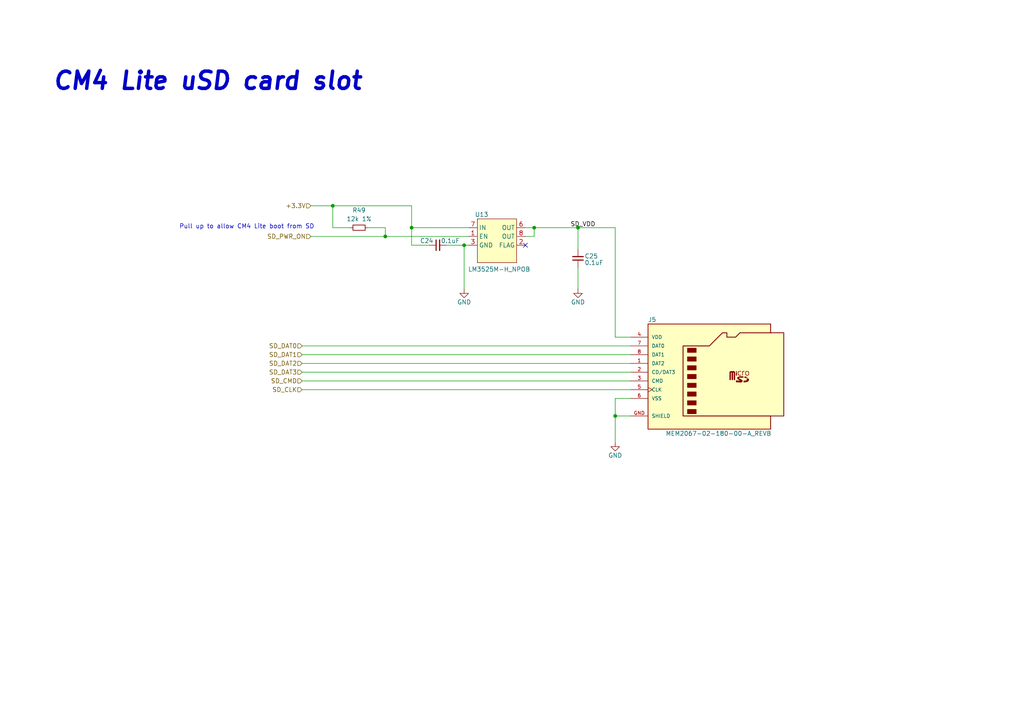
<source format=kicad_sch>
(kicad_sch (version 20211123) (generator eeschema)
  (paper "A4")
  (title_block (title "uSD slot for CM4 Lites") (date "2022-01-12") (rev "4") (company "Copyright © 2022 Christian Kuhtz") (comment 2 "CERN-OHL-W v2 or later"))
  (lib_symbols
    (symbol "Connector_SD_GCT:MEM2067-02-180-00-A_REVB" (pin_names (offset 1.016))
      (property "Reference" "J" (at -1.27 20.32 0))
      (property "Value" "MEM2067-02-180-00-A_REVB" (at -13.97 17.78 0))
      (symbol "MEM2067-02-180-00-A_REVB_0_0"
        (polyline (pts (xy 5.9944 1.0922) (xy 5.9944 0.381)) (stroke (width 0.3)))
        (polyline (pts (xy 5.9944 1.778) (xy 5.9944 1.0668)) (stroke (width 0.3)))
        (polyline (pts (xy 5.9944 2.4384) (xy 5.9944 1.7272)) (stroke (width 0.3)))
        (polyline (pts (xy 6.0706 1.0922) (xy 6.0706 0.381)) (stroke (width 0.3)))
        (polyline (pts (xy 6.0706 1.778) (xy 6.0706 1.0668)) (stroke (width 0.3)))
        (polyline (pts (xy 6.0706 2.4384) (xy 6.0706 1.7272)) (stroke (width 0.3)))
        (polyline (pts (xy 6.0706 2.54) (xy 6.0452 2.4638)) (stroke (width 0.4)))
        (polyline (pts (xy 6.1214 2.5908) (xy 6.2738 2.6416)) (stroke (width 0.4)))
        (polyline (pts (xy 6.2992 2.6416) (xy 6.4262 2.6416)) (stroke (width 0.4)))
        (polyline (pts (xy 6.4262 2.6416) (xy 6.6548 2.5654)) (stroke (width 0.4)))
        (polyline (pts (xy 6.604 2.5908) (xy 6.6548 2.5146)) (stroke (width 0.4)))
        (polyline (pts (xy 6.6294 1.0922) (xy 6.6294 0.381)) (stroke (width 0.3)))
        (polyline (pts (xy 6.6294 1.778) (xy 6.6294 1.0668)) (stroke (width 0.3)))
        (polyline (pts (xy 6.6294 2.4384) (xy 6.6294 1.7272)) (stroke (width 0.3)))
        (polyline (pts (xy 6.7056 1.0922) (xy 6.7056 0.381)) (stroke (width 0.3)))
        (polyline (pts (xy 6.7056 1.778) (xy 6.7056 1.0668)) (stroke (width 0.3)))
        (polyline (pts (xy 6.7056 2.4384) (xy 6.7056 1.7272)) (stroke (width 0.3)))
        (polyline (pts (xy 6.731 2.5908) (xy 6.6802 2.5146)) (stroke (width 0.4)))
        (polyline (pts (xy 6.8326 2.6162) (xy 6.6294 2.54)) (stroke (width 0.4)))
        (polyline (pts (xy 6.8834 2.6416) (xy 7.0104 2.6416)) (stroke (width 0.4)))
        (polyline (pts (xy 7.1628 2.5908) (xy 7.239 2.5654)) (stroke (width 0.4)))
        (polyline (pts (xy 7.1882 2.5908) (xy 7.0358 2.6416)) (stroke (width 0.4)))
        (polyline (pts (xy 7.239 1.0922) (xy 7.239 0.381)) (stroke (width 0.3)))
        (polyline (pts (xy 7.239 1.778) (xy 7.239 1.0668)) (stroke (width 0.3)))
        (polyline (pts (xy 7.239 2.4384) (xy 7.239 1.7272)) (stroke (width 0.3)))
        (polyline (pts (xy 7.3152 1.0922) (xy 7.3152 0.381)) (stroke (width 0.3)))
        (polyline (pts (xy 7.3152 1.778) (xy 7.3152 1.0668)) (stroke (width 0.3)))
        (polyline (pts (xy 7.3152 2.4384) (xy 7.3152 1.7272)) (stroke (width 0.3)))
        (polyline (pts (xy 7.8486 2.3622) (xy 7.8486 1.651)) (stroke (width 0.3)))
        (polyline (pts (xy 7.8486 2.7178) (xy 7.8486 2.6924)) (stroke (width 0.3)))
        (polyline (pts (xy 7.8994 -0.1524) (xy 7.8994 -0.0762)) (stroke (width 0.4)) (fill (type outline)))
        (polyline (pts (xy 8.1534 0.9144) (xy 8.1534 0.8382)) (stroke (width 0.1)) (fill (type outline)))
        (polyline (pts (xy 8.1788 0.7366) (xy 8.1534 0.7874)) (stroke (width 0.1)) (fill (type outline)))
        (polyline (pts (xy 8.1788 0.9906) (xy 8.1534 0.9398)) (stroke (width 0.1)) (fill (type outline)))
        (polyline (pts (xy 8.255 0.6858) (xy 8.2804 0.6858)) (stroke (width 0.1)) (fill (type outline)))
        (polyline (pts (xy 8.2804 0.6096) (xy 8.1788 0.7112)) (stroke (width 0.1)) (fill (type outline)))
        (polyline (pts (xy 8.2804 0.635) (xy 8.3058 0.635)) (stroke (width 0.1)) (fill (type outline)))
        (polyline (pts (xy 8.2804 0.6604) (xy 8.255 0.6604)) (stroke (width 0.1)) (fill (type outline)))
        (polyline (pts (xy 8.3058 0.5842) (xy 8.3312 0.5842)) (stroke (width 0.1)) (fill (type outline)))
        (polyline (pts (xy 8.3312 1.0414) (xy 8.2042 0.9906)) (stroke (width 0.2)) (fill (type outline)))
        (polyline (pts (xy 8.3566 0.7874) (xy 8.4328 0.635)) (stroke (width 0.4)) (fill (type outline)))
        (polyline (pts (xy 8.3566 0.8382) (xy 8.382 0.8382)) (stroke (width 0.1)) (fill (type outline)))
        (polyline (pts (xy 8.4074 0.889) (xy 8.3566 0.8128)) (stroke (width 0.2)) (fill (type outline)))
        (polyline (pts (xy 8.4328 0.9398) (xy 8.763 1.0414)) (stroke (width 0.1)) (fill (type outline)))
        (polyline (pts (xy 8.4582 0.6096) (xy 9.3218 0.1524)) (stroke (width 0.4)) (fill (type outline)))
        (polyline (pts (xy 8.4582 0.635) (xy 9.3726 0.0508)) (stroke (width 0.4)) (fill (type outline)))
        (polyline (pts (xy 8.5344 0.9652) (xy 8.4836 0.9144)) (stroke (width 0.1)) (fill (type outline)))
        (polyline (pts (xy 8.5852 1.016) (xy 8.5598 1.016)) (stroke (width 0.1)) (fill (type outline)))
        (polyline (pts (xy 8.5852 1.1684) (xy 8.3058 1.0414)) (stroke (width 0.2)) (fill (type outline)))
        (polyline (pts (xy 8.636 1.016) (xy 8.8646 1.016)) (stroke (width 0.1)) (fill (type outline)))
        (polyline (pts (xy 8.6614 0) (xy 8.9154 0)) (stroke (width 0.1)) (fill (type outline)))
        (polyline (pts (xy 8.7122 1.0414) (xy 8.6868 1.0414)) (stroke (width 0.1)) (fill (type outline)))
        (polyline (pts (xy 8.8138 -0.2032) (xy 8.8138 -0.127)) (stroke (width 0.4)) (fill (type outline)))
        (polyline (pts (xy 8.8646 0.0254) (xy 8.763 -0.0508)) (stroke (width 0.1)) (fill (type outline)))
        (polyline (pts (xy 8.8646 1.2446) (xy 8.5852 1.1684)) (stroke (width 0.2)) (fill (type outline)))
        (polyline (pts (xy 8.89 0.0254) (xy 8.9916 0.2032)) (stroke (width 0.1)) (fill (type outline)))
        (polyline (pts (xy 8.9154 -0.1778) (xy 8.9154 -0.1016)) (stroke (width 0.4)) (fill (type outline)))
        (polyline (pts (xy 9.0424 -0.0762) (xy 9.0424 0)) (stroke (width 0.4)) (fill (type outline)))
        (polyline (pts (xy 9.0424 0.2032) (xy 9.0424 0.2794)) (stroke (width 0.4)) (fill (type outline)))
        (polyline (pts (xy 9.144 -0.2032) (xy 7.9248 -0.0254)) (stroke (width 0.4)) (fill (type outline)))
        (polyline (pts (xy 9.2456 -0.2032) (xy 7.8994 -0.2032)) (stroke (width 0.4)) (fill (type outline)))
        (polyline (pts (xy 9.3726 0.1016) (xy 9.4488 -0.0254)) (stroke (width 0.4)) (fill (type outline)))
        (polyline (pts (xy 9.4234 -0.0762) (xy 9.2964 -0.1778)) (stroke (width 0.4)) (fill (type outline)))
        (polyline (pts (xy 9.7282 1.143) (xy 8.9154 1.143)) (stroke (width 0.4)) (fill (type outline)))
        (polyline (pts (xy 9.9314 -0.3302) (xy 10.2362 -0.3302)) (stroke (width 0.1)) (fill (type outline)))
        (polyline (pts (xy 10.0076 0) (xy 9.9314 -0.3048)) (stroke (width 0.1)) (fill (type outline)))
        (polyline (pts (xy 10.0076 0.0254) (xy 10.1854 0)) (stroke (width 0.1)) (fill (type outline)))
        (polyline (pts (xy 10.16 -0.1524) (xy 10.414 -0.1524)) (stroke (width 0.4)) (fill (type outline)))
        (polyline (pts (xy 10.2362 -0.3302) (xy 10.7188 -0.2794)) (stroke (width 0.1)) (fill (type outline)))
        (polyline (pts (xy 10.2362 0) (xy 10.3886 0)) (stroke (width 0.1)) (fill (type outline)))
        (polyline (pts (xy 10.414 0) (xy 10.5664 0.0254)) (stroke (width 0.1)) (fill (type outline)))
        (polyline (pts (xy 10.414 1.0922) (xy 10.3378 1.0922)) (stroke (width 0.4)) (fill (type outline)))
        (polyline (pts (xy 10.5664 0.0254) (xy 10.7442 0.1016)) (stroke (width 0.1)) (fill (type outline)))
        (polyline (pts (xy 10.5918 1.0668) (xy 10.4648 1.0922)) (stroke (width 0.4)) (fill (type outline)))
        (polyline (pts (xy 10.6426 0.9144) (xy 10.7696 1.1176)) (stroke (width 0.1)) (fill (type outline)))
        (polyline (pts (xy 10.668 -0.127) (xy 11.1252 0.0508)) (stroke (width 0.4)) (fill (type outline)))
        (polyline (pts (xy 10.6934 -0.2794) (xy 10.9474 -0.2286)) (stroke (width 0.1)) (fill (type outline)))
        (polyline (pts (xy 10.7442 1.143) (xy 10.5918 1.1938)) (stroke (width 0.1)) (fill (type outline)))
        (polyline (pts (xy 10.7696 0.1016) (xy 10.8712 0.254)) (stroke (width 0.1)) (fill (type outline)))
        (polyline (pts (xy 10.8204 0.7874) (xy 10.9728 0.9652)) (stroke (width 0.1)) (fill (type outline)))
        (polyline (pts (xy 10.8204 0.7874) (xy 11.049 0.889)) (stroke (width 0.1)) (fill (type outline)))
        (polyline (pts (xy 10.8712 0.254) (xy 10.8966 0.4318)) (stroke (width 0.1)) (fill (type outline)))
        (polyline (pts (xy 10.8966 0.4572) (xy 10.8966 0.5588)) (stroke (width 0.1)) (fill (type outline)))
        (polyline (pts (xy 10.9474 -0.2286) (xy 11.2014 -0.1016)) (stroke (width 0.1)) (fill (type outline)))
        (polyline (pts (xy 10.9474 0.8636) (xy 11.0236 0.9144)) (stroke (width 0.1)) (fill (type outline)))
        (polyline (pts (xy 10.9982 0.9398) (xy 10.922 0.8636)) (stroke (width 0.1)) (fill (type outline)))
        (polyline (pts (xy 11.1252 0.1524) (xy 11.1506 0.4064)) (stroke (width 0.5)) (fill (type outline)))
        (polyline (pts (xy 11.2014 -0.1016) (xy 11.4046 0.1524)) (stroke (width 0.1)) (fill (type outline)))
        (polyline (pts (xy 11.2268 0.6858) (xy 10.8966 0.5842)) (stroke (width 0.1)) (fill (type outline)))
        (polyline (pts (xy 11.4046 0.5334) (xy 11.2522 0.6858)) (stroke (width 0.1)) (fill (type outline)))
        (polyline (pts (xy 11.43 0.1778) (xy 11.4554 0.2794)) (stroke (width 0.1)) (fill (type outline)))
        (polyline (pts (xy 11.4554 0.3048) (xy 11.4554 0.4064)) (stroke (width 0.1)) (fill (type outline)))
        (polyline (pts (xy 11.4554 0.4318) (xy 11.4046 0.5334)) (stroke (width 0.1)) (fill (type outline)))
        (text "" (at 27.94 7.62 0) (effects (font (size 1.27 1.27))))
        (text "c" (at 8.763 2.4384 0) (effects (font (size 1.75 1.75))))
        (text "o" (at 10.9728 2.4384 0) (effects (font (size 1.75 1.75))))
        (text "r" (at 9.7536 2.4384 0) (effects (font (size 1.75 1.75))))
        (pin bidirectional line (at -22.86 5.08 0) (length 5.08) (name "DAT2") (number "1"))
        (pin bidirectional line (at -22.86 2.54 0) (length 5.08) (name "CD/DAT3") (number "2"))
        (pin bidirectional line (at -22.86 0 0) (length 5.08) (name "CMD") (number "3"))
        (pin power_in line (at -22.86 12.7 0) (length 5.08) (name "VDD") (number "4"))
        (pin bidirectional clock (at -22.86 -2.54 0) (length 5.08) (name "CLK") (number "5"))
        (pin power_in line (at -22.86 -5.08 0) (length 5.08) (name "VSS") (number "6"))
        (pin bidirectional line (at -22.86 10.16 0) (length 5.08) (name "DAT0") (number "7"))
        (pin bidirectional line (at -22.86 7.62 0) (length 5.08) (name "DAT1") (number "8"))
        (pin passive line (at -22.86 -10.16 0) (length 5.08) (name "SHIELD") (number "GND"))
      )
      (symbol "MEM2067-02-180-00-A_REVB_0_1"
        (rectangle (start -6.35 -8.255) (end -3.81 -9.525) (fill (type outline)))
        (rectangle (start -6.35 -5.715) (end -3.81 -6.985) (fill (type outline)))
        (rectangle (start -6.35 -3.175) (end -3.81 -4.445) (fill (type outline)))
        (rectangle (start -6.35 -0.635) (end -3.81 -1.905) (fill (type outline)))
        (rectangle (start -6.35 1.905) (end -3.81 0.635) (fill (type outline)))
        (rectangle (start -6.35 4.445) (end -3.81 3.175) (fill (type outline)))
        (rectangle (start -6.35 6.985) (end -3.81 5.715) (fill (type outline)))
        (rectangle (start -6.35 9.525) (end -3.81 8.255) (fill (type outline)))
        (polyline (pts (xy 17.78 13.97) (xy 17.78 16.51) (xy -17.78 16.51) (xy -17.78 -13.97) (xy 17.78 -13.97) (xy 17.78 -10.16)) (stroke (width 0.254)) (fill (type background)))
        (polyline (pts (xy -7.62 -10.16) (xy -7.62 10.16) (xy 0 10.16) (xy 3.81 13.97) (xy 5.08 13.97) (xy 5.08 12.7) (xy 7.62 12.7) (xy 8.89 13.97) (xy 21.59 13.97) (xy 21.59 -10.16) (xy -7.62 -10.16)) (stroke (width 0.254)) (fill (type background)))
      )
    )
    (symbol "Device:C_Small" (pin_numbers hide) (pin_names (offset 0.254) hide)
      (property "Reference" "C" (at 0.254 1.778 0))
      (property "Value" "C_Small" (at 0.254 -2.032 0))
      (symbol "C_Small_0_1"
        (polyline (pts (xy -1.524 -0.508) (xy 1.524 -0.508)) (stroke (width 0.3302)))
        (polyline (pts (xy -1.524 0.508) (xy 1.524 0.508)) (stroke (width 0.3048)))
      )
      (symbol "C_Small_1_1"
        (pin passive line (at 0 2.54 270) (length 2.032) (name "~") (number "1"))
        (pin passive line (at 0 -2.54 90) (length 2.032) (name "~") (number "2"))
      )
    )
    (symbol "Device:R_Small" (pin_numbers hide) (pin_names (offset 0.254) hide)
      (property "Reference" "R" (at 0.762 0.508 0))
      (property "Value" "R_Small" (at 0.762 -1.016 0))
      (symbol "R_Small_0_1"
        (rectangle (start -0.762 1.778) (end 0.762 -1.778) (stroke (width 0.2032)))
      )
      (symbol "R_Small_1_1"
        (pin passive line (at 0 2.54 270) (length 0.762) (name "~") (number "1"))
        (pin passive line (at 0 -2.54 90) (length 0.762) (name "~") (number "2"))
      )
    )
    (symbol "Power_Protection_TI:LM3525M-H_NPOB"
      (property "Reference" "U" (at -5.08 6.35 0))
      (property "Value" "LM3525M-H_NPOB" (at 0 -8.89 0))
      (symbol "LM3525M-H_NPOB_0_0"
        (pin passive line (at -8.89 0 0) (length 2.54) (name "EN") (number "1"))
        (pin output line (at 7.62 -2.54 180) (length 2.54) (name "FLAG") (number "2"))
        (pin power_in line (at -8.89 -2.54 0) (length 2.54) (name "GND") (number "3"))
        (pin no_connect line (at -8.89 -5.08 0) (length 2.54) hide (name "NC") (number "4"))
        (pin no_connect line (at 7.62 -5.08 180) (length 2.54) hide (name "NC") (number "5"))
        (pin power_out line (at 7.62 2.54 180) (length 2.54) (name "OUT") (number "6"))
        (pin power_in line (at -8.89 2.54 0) (length 2.54) (name "IN") (number "7"))
        (pin passive line (at 7.62 0 180) (length 2.54) (name "OUT") (number "8"))
      )
      (symbol "LM3525M-H_NPOB_0_1"
        (rectangle (start -6.35 5.08) (end 5.08 -7.62) (stroke (width 0.1524)) (fill (type background)))
      )
    )
    (symbol "power:GND" (power) (pin_names (offset 0))
      (property "Value" "GND" (at 0 -3.81 0))
      (symbol "GND_0_1"
        (polyline (pts (xy 0 0) (xy 0 -1.27) (xy 1.27 -1.27) (xy 0 -2.54) (xy -1.27 -1.27) (xy 0 -1.27)))
      )
      (symbol "GND_1_1"
        (pin power_in line (at 0 0 270) (length 0) hide (name "GND") (number "1"))
      )
    )
  )
  (junction (at 167.64 66.04))
  (junction (at 96.52 59.69))
  (junction (at 111.76 68.58))
  (junction (at 119.38 66.04) (diameter 0.9144))
  (junction (at 178.435 120.65) (diameter 0.9144))
  (junction (at 134.62 71.12) (diameter 0.9144))
  (junction (at 154.94 66.04) (diameter 0.9144))
  (no_connect (at 152.4 71.12))
  (wire (pts (xy 111.76 68.58) (xy 135.89 68.58)))
  (wire (pts (xy 90.17 68.58) (xy 111.76 68.58)))
  (wire (pts (xy 96.52 66.04) (xy 101.6 66.04)))
  (wire (pts (xy 182.88 102.87) (xy 87.63 102.87)))
  (wire (pts (xy 178.435 120.65) (xy 182.88 120.65)))
  (wire (pts (xy 129.54 71.12) (xy 134.62 71.12)))
  (wire (pts (xy 119.38 66.04) (xy 135.89 66.04)))
  (wire (pts (xy 167.64 72.39) (xy 167.64 66.04)))
  (wire (pts (xy 178.435 115.57) (xy 178.435 120.65)))
  (wire (pts (xy 178.435 120.65) (xy 178.435 128.27)))
  (wire (pts (xy 178.435 115.57) (xy 182.88 115.57)))
  (wire (pts (xy 87.63 105.41) (xy 182.88 105.41)))
  (wire (pts (xy 87.63 113.03) (xy 182.88 113.03)))
  (wire (pts (xy 96.52 59.69) (xy 96.52 66.04)))
  (wire (pts (xy 111.76 66.04) (xy 111.76 68.58)))
  (wire (pts (xy 154.94 66.04) (xy 154.94 68.58)))
  (wire (pts (xy 152.4 68.58) (xy 154.94 68.58)))
  (wire (pts (xy 87.63 100.33) (xy 182.88 100.33)))
  (wire (pts (xy 106.68 66.04) (xy 111.76 66.04)))
  (wire (pts (xy 87.63 107.95) (xy 182.88 107.95)))
  (wire (pts (xy 96.52 59.69) (xy 119.38 59.69)))
  (wire (pts (xy 119.38 66.04) (xy 119.38 59.69)))
  (wire (pts (xy 90.17 59.69) (xy 96.52 59.69)))
  (wire (pts (xy 178.435 97.79) (xy 182.88 97.79)))
  (wire (pts (xy 167.64 77.47) (xy 167.64 83.82)))
  (wire (pts (xy 178.435 66.04) (xy 178.435 97.79)))
  (wire (pts (xy 119.38 71.12) (xy 119.38 66.04)))
  (wire (pts (xy 124.46 71.12) (xy 119.38 71.12)))
  (wire (pts (xy 134.62 71.12) (xy 134.62 83.82)))
  (wire (pts (xy 135.89 71.12) (xy 134.62 71.12)))
  (wire (pts (xy 154.94 66.04) (xy 167.64 66.04)))
  (wire (pts (xy 152.4 66.04) (xy 154.94 66.04)))
  (wire (pts (xy 167.64 66.04) (xy 178.435 66.04)))
  (wire (pts (xy 87.63 110.49) (xy 182.88 110.49)))
  (text "CM4 Lite uSD card slot" (at 14.986 26.543 0) (effects (font (size 5 5) (thickness 1) bold italic) (justify left bottom)))
  (text "Pull up to allow CM4 Lite boot from SD" (at 91.186 66.548 180) (effects (font (size 1.27 1.27)) (justify right bottom)))
  (label "SD_VDD" (at 172.72 66.04 180))
  (hierarchical_label "SD_CMD" (shape input) (at 87.63 110.49 180))
  (hierarchical_label "SD_PWR_ON" (shape input) (at 90.17 68.58 180))
  (hierarchical_label "SD_CLK" (shape input) (at 87.63 113.03 180))
  (hierarchical_label "SD_DAT3" (shape input) (at 87.63 107.95 180))
  (hierarchical_label "SD_DAT2" (shape input) (at 87.63 105.41 180))
  (hierarchical_label "SD_DAT1" (shape input) (at 87.63 102.87 180))
  (hierarchical_label "SD_DAT0" (shape input) (at 87.63 100.33 180))
  (hierarchical_label "+3.3V" (shape input) (at 90.17 59.69 180))
  (symbol (lib_id "power:GND") (at 178.435 128.27 0) (unit 1)
    (property "Reference" "#PWR037" (effects hide))
    (property "Value" "GND" (at 178.435 132.08 0))
  )
  (symbol (lib_id "Device:R_Small") (at 104.14 66.04 90) (unit 1)
    (property "Reference" "R49" (at 104.14 60.96 90))
    (property "Value" "12k 1%" (at 104.14 63.5 90))
    (property "Footprint" "Resistor_SMD:R_0402_1005Metric" (effects hide))
  )
  (symbol (lib_id "Device:C_Small") (at 127 71.12 90) (unit 1)
    (property "Reference" "C24" (at 125.73 69.85 90) (effects (justify left)))
    (property "Value" "0.1uF" (at 133.35 69.85 90) (effects (justify left)))
    (property "Footprint" "Capacitor_SMD:C_0805_2012Metric" (effects hide))
    (property "Field5" "490-14381-1-ND" (effects hide))
    (property "Field4" "Digikey" (effects hide))
    (property "Field6" "GRM21BR71A106KA73L" (effects hide))
    (property "Field7" "Murata" (effects hide))
    (property "Part Description" "	10uF 10% 10V Ceramic Capacitor X7R 0805 (2012 Metric)" (effects hide))
    (property "Field8" "111893011" (effects hide))
  )
  (symbol (lib_id "power:GND") (at 167.64 83.82 0) (unit 1)
    (property "Reference" "#PWR036" (effects hide))
    (property "Value" "GND" (at 167.64 87.63 0))
  )
  (symbol (lib_id "power:GND") (at 134.62 83.82 0) (unit 1)
    (property "Reference" "#PWR035" (effects hide))
    (property "Value" "GND" (at 134.62 87.63 0))
  )
  (symbol (lib_id "Power_Protection_TI:LM3525M-H_NPOB") (at 144.78 68.58 0) (unit 1)
    (property "Reference" "U13" (at 139.7 62.23 0))
    (property "Value" "LM3525M-H_NPOB" (at 144.78 78.105 0))
    (property "Footprint" "Package_SO_MyOwn:SOIC-8_3.9x4.9mm_P1.27mm" (effects hide))
    (property "Manufacturer" "TI" (effects hide))
    (property "MPN" "LM3525M-H/NPOB" (effects hide))
  )
  (symbol (lib_id "Connector_SD_GCT:MEM2067-02-180-00-A_REVB") (at 205.74 110.49 0) (unit 1)
    (property "Reference" "J5" (at 187.96 92.71 0) (effects (justify left)))
    (property "Value" "MEM2067-02-180-00-A_REVB" (at 193.04 125.73 0) (effects (justify left)))
    (property "Footprint" "Connector_SD_GCT:GCT_MEM2067-02-180-00-A_REVB" (effects hide))
    (property "Manufacturer" "GCT" (effects hide))
    (property "MPN" "MEM2067-02-180-00-A_REVB" (effects hide))
  )
  (symbol (lib_id "Device:C_Small") (at 167.64 74.93 0) (mirror x) (unit 1)
    (property "Reference" "C25" (at 169.545 74.295 0) (effects (justify left)))
    (property "Value" "0.1uF" (at 169.545 76.2 0) (effects (justify left)))
    (property "Footprint" "Capacitor_SMD:C_0805_2012Metric" (effects hide))
    (property "Field5" "490-14381-1-ND" (effects hide))
    (property "Field4" "Digikey" (effects hide))
    (property "Field6" "GRM21BR71A106KA73L" (effects hide))
    (property "Field7" "Murata" (effects hide))
    (property "Part Description" "	10uF 10% 10V Ceramic Capacitor X7R 0805 (2012 Metric)" (effects hide))
    (property "Field8" "111893011" (effects hide))
  )
)
</source>
